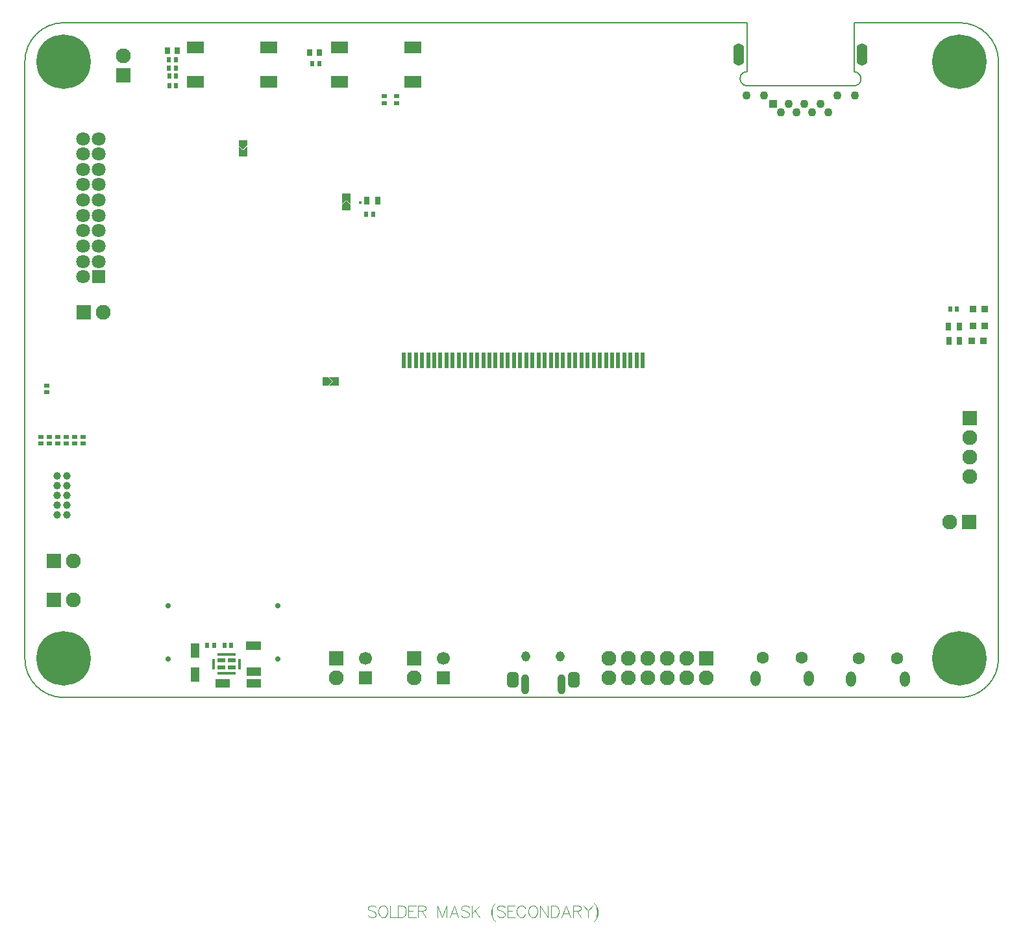
<source format=gbs>
G04 Layer_Color=16711935*
%FSLAX43Y43*%
%MOMM*%
G71*
G01*
G75*
%ADD61C,0.400*%
%ADD88C,0.127*%
%ADD98C,0.102*%
%ADD116C,1.700*%
%ADD117R,1.700X1.700*%
%ADD120C,1.600*%
%ADD126C,1.000*%
%ADD158R,0.800X0.610*%
%ADD159R,0.610X0.660*%
%ADD160R,0.610X0.800*%
%ADD161R,0.740X0.990*%
%ADD173R,0.740X1.100*%
%ADD180R,1.100X1.100*%
%ADD201R,0.900X0.900*%
%ADD232O,1.300X2.000*%
%ADD233C,0.100*%
%ADD234C,1.950*%
%ADD235R,1.950X1.950*%
%ADD236C,7.100*%
%ADD237C,1.800*%
%ADD238R,1.800X1.800*%
%ADD239R,1.950X1.950*%
%ADD240C,0.700*%
%ADD241O,1.150X1.350*%
%ADD242O,1.050X2.625*%
G04:AMPARAMS|DCode=243|XSize=2mm|YSize=1.475mm|CornerRadius=0.394mm|HoleSize=0mm|Usage=FLASHONLY|Rotation=90.000|XOffset=0mm|YOffset=0mm|HoleType=Round|Shape=RoundedRectangle|*
%AMROUNDEDRECTD243*
21,1,2.000,0.688,0,0,90.0*
21,1,1.212,1.475,0,0,90.0*
1,1,0.787,0.344,0.606*
1,1,0.787,0.344,-0.606*
1,1,0.787,-0.344,-0.606*
1,1,0.787,-0.344,0.606*
%
%ADD243ROUNDEDRECTD243*%
%ADD244O,1.400X2.900*%
%ADD245C,1.100*%
%ADD246R,0.650X0.900*%
%ADD247R,0.600X2.100*%
%ADD248R,2.400X0.450*%
%ADD249R,0.450X1.400*%
%ADD250R,1.050X0.500*%
%ADD251R,2.260X1.620*%
G36*
X30794Y2805D02*
X28894D01*
Y3905D01*
X30794D01*
Y2805D01*
D02*
G37*
G36*
X22729Y5170D02*
X21628D01*
Y7070D01*
X22729D01*
Y5170D01*
D02*
G37*
G36*
X30770Y6232D02*
X28870D01*
Y7332D01*
X30770D01*
Y6232D01*
D02*
G37*
G36*
X26740Y1281D02*
X24840D01*
Y2381D01*
X26740D01*
Y1281D01*
D02*
G37*
G36*
X30794D02*
X28894D01*
Y2381D01*
X30794D01*
Y1281D01*
D02*
G37*
G36*
X22729Y2027D02*
X21628D01*
Y3927D01*
X22729D01*
Y2027D01*
D02*
G37*
G36*
X42450Y64363D02*
X41900Y64913D01*
Y64913D01*
X41350Y64363D01*
Y65713D01*
X42450D01*
Y64363D01*
D02*
G37*
G36*
X28992Y70561D02*
X27892D01*
Y71911D01*
X28442Y71361D01*
Y71361D01*
X28992Y71911D01*
Y70561D01*
D02*
G37*
G36*
Y72011D02*
X28442Y71461D01*
X27892Y72011D01*
Y72711D01*
X28992D01*
Y72011D01*
D02*
G37*
G36*
X40078Y41250D02*
X39528Y40700D01*
X38828D01*
Y41800D01*
X39528D01*
X40078Y41250D01*
D02*
G37*
G36*
X40978Y40700D02*
X39628D01*
X40178Y41250D01*
X40178D01*
X39628Y41800D01*
X40978D01*
Y40700D01*
D02*
G37*
G36*
X42450Y64263D02*
Y63563D01*
X41350D01*
Y64263D01*
X41900Y64813D01*
X42450Y64263D01*
D02*
G37*
D61*
X43739Y64536D02*
D03*
D88*
X0Y5080D02*
G03*
X5080Y-0I5080J0D01*
G01*
X121920D02*
G03*
X127000Y5080I0J5080D01*
G01*
X127000Y82920D02*
G03*
X121920Y88000I-5080J0D01*
G01*
X5080Y88000D02*
G03*
X0Y82920I-0J-5080D01*
G01*
X109060Y80620D02*
G03*
X108192Y81610I-929J61D01*
G01*
X108161Y79781D02*
G03*
X109060Y80620I30J869D01*
G01*
X94186Y81611D02*
G03*
X93287Y80772I-30J-869D01*
G01*
Y80772D02*
G03*
X94155Y79781I929J-61D01*
G01*
X15900Y-0D02*
X121920D01*
X5080D02*
X15900D01*
X127000Y5080D02*
Y82920D01*
X108192Y88000D02*
X121920D01*
X94155Y79781D02*
X108160D01*
X94186Y81611D02*
Y88000D01*
X108192Y81610D02*
Y88005D01*
X5080Y88000D02*
X94186D01*
X0Y5080D02*
Y82920D01*
D98*
X45804Y-27345D02*
X45658Y-27200D01*
X45441Y-27128D01*
X45151D01*
X44933Y-27200D01*
X44788Y-27345D01*
Y-27490D01*
X44860Y-27635D01*
X44933Y-27708D01*
X45078Y-27781D01*
X45513Y-27926D01*
X45658Y-27998D01*
X45731Y-28071D01*
X45804Y-28216D01*
Y-28434D01*
X45658Y-28579D01*
X45441Y-28651D01*
X45151D01*
X44933Y-28579D01*
X44788Y-28434D01*
X46580Y-27128D02*
X46435Y-27200D01*
X46290Y-27345D01*
X46217Y-27490D01*
X46145Y-27708D01*
Y-28071D01*
X46217Y-28288D01*
X46290Y-28434D01*
X46435Y-28579D01*
X46580Y-28651D01*
X46870D01*
X47015Y-28579D01*
X47160Y-28434D01*
X47233Y-28288D01*
X47305Y-28071D01*
Y-27708D01*
X47233Y-27490D01*
X47160Y-27345D01*
X47015Y-27200D01*
X46870Y-27128D01*
X46580D01*
X47661D02*
Y-28651D01*
X48532D01*
X48699Y-27128D02*
Y-28651D01*
Y-27128D02*
X49206D01*
X49424Y-27200D01*
X49569Y-27345D01*
X49642Y-27490D01*
X49714Y-27708D01*
Y-28071D01*
X49642Y-28288D01*
X49569Y-28434D01*
X49424Y-28579D01*
X49206Y-28651D01*
X48699D01*
X50999Y-27128D02*
X50055D01*
Y-28651D01*
X50999D01*
X50055Y-27853D02*
X50636D01*
X51253Y-27128D02*
Y-28651D01*
Y-27128D02*
X51906D01*
X52123Y-27200D01*
X52196Y-27273D01*
X52268Y-27418D01*
Y-27563D01*
X52196Y-27708D01*
X52123Y-27781D01*
X51906Y-27853D01*
X51253D01*
X51760D02*
X52268Y-28651D01*
X53806Y-27128D02*
Y-28651D01*
Y-27128D02*
X54387Y-28651D01*
X54967Y-27128D02*
X54387Y-28651D01*
X54967Y-27128D02*
Y-28651D01*
X56564D02*
X55983Y-27128D01*
X55403Y-28651D01*
X55620Y-28143D02*
X56346D01*
X57935Y-27345D02*
X57790Y-27200D01*
X57572Y-27128D01*
X57282D01*
X57064Y-27200D01*
X56919Y-27345D01*
Y-27490D01*
X56992Y-27635D01*
X57064Y-27708D01*
X57209Y-27781D01*
X57645Y-27926D01*
X57790Y-27998D01*
X57862Y-28071D01*
X57935Y-28216D01*
Y-28434D01*
X57790Y-28579D01*
X57572Y-28651D01*
X57282D01*
X57064Y-28579D01*
X56919Y-28434D01*
X58276Y-27128D02*
Y-28651D01*
X59292Y-27128D02*
X58276Y-28143D01*
X58639Y-27781D02*
X59292Y-28651D01*
X61338Y-26837D02*
X61193Y-26982D01*
X61048Y-27200D01*
X60902Y-27490D01*
X60830Y-27853D01*
Y-28143D01*
X60902Y-28506D01*
X61048Y-28796D01*
X61193Y-29014D01*
X61338Y-29159D01*
X61193Y-26982D02*
X61048Y-27273D01*
X60975Y-27490D01*
X60902Y-27853D01*
Y-28143D01*
X60975Y-28506D01*
X61048Y-28724D01*
X61193Y-29014D01*
X62644Y-27345D02*
X62499Y-27200D01*
X62281Y-27128D01*
X61991D01*
X61773Y-27200D01*
X61628Y-27345D01*
Y-27490D01*
X61701Y-27635D01*
X61773Y-27708D01*
X61918Y-27781D01*
X62354Y-27926D01*
X62499Y-27998D01*
X62571Y-28071D01*
X62644Y-28216D01*
Y-28434D01*
X62499Y-28579D01*
X62281Y-28651D01*
X61991D01*
X61773Y-28579D01*
X61628Y-28434D01*
X63928Y-27128D02*
X62985D01*
Y-28651D01*
X63928D01*
X62985Y-27853D02*
X63565D01*
X65270Y-27490D02*
X65198Y-27345D01*
X65053Y-27200D01*
X64908Y-27128D01*
X64617D01*
X64472Y-27200D01*
X64327Y-27345D01*
X64255Y-27490D01*
X64182Y-27708D01*
Y-28071D01*
X64255Y-28288D01*
X64327Y-28434D01*
X64472Y-28579D01*
X64617Y-28651D01*
X64908D01*
X65053Y-28579D01*
X65198Y-28434D01*
X65270Y-28288D01*
X66134Y-27128D02*
X65989Y-27200D01*
X65844Y-27345D01*
X65771Y-27490D01*
X65698Y-27708D01*
Y-28071D01*
X65771Y-28288D01*
X65844Y-28434D01*
X65989Y-28579D01*
X66134Y-28651D01*
X66424D01*
X66569Y-28579D01*
X66714Y-28434D01*
X66787Y-28288D01*
X66859Y-28071D01*
Y-27708D01*
X66787Y-27490D01*
X66714Y-27345D01*
X66569Y-27200D01*
X66424Y-27128D01*
X66134D01*
X67215D02*
Y-28651D01*
Y-27128D02*
X68231Y-28651D01*
Y-27128D02*
Y-28651D01*
X68651Y-27128D02*
Y-28651D01*
Y-27128D02*
X69159D01*
X69377Y-27200D01*
X69522Y-27345D01*
X69595Y-27490D01*
X69667Y-27708D01*
Y-28071D01*
X69595Y-28288D01*
X69522Y-28434D01*
X69377Y-28579D01*
X69159Y-28651D01*
X68651D01*
X71169D02*
X70589Y-27128D01*
X70008Y-28651D01*
X70226Y-28143D02*
X70951D01*
X71525Y-27128D02*
Y-28651D01*
Y-27128D02*
X72178D01*
X72395Y-27200D01*
X72468Y-27273D01*
X72540Y-27418D01*
Y-27563D01*
X72468Y-27708D01*
X72395Y-27781D01*
X72178Y-27853D01*
X71525D01*
X72033D02*
X72540Y-28651D01*
X72881Y-27128D02*
X73462Y-27853D01*
Y-28651D01*
X74042Y-27128D02*
X73462Y-27853D01*
X74238Y-26837D02*
X74383Y-26982D01*
X74528Y-27200D01*
X74674Y-27490D01*
X74746Y-27853D01*
Y-28143D01*
X74674Y-28506D01*
X74528Y-28796D01*
X74383Y-29014D01*
X74238Y-29159D01*
X74383Y-26982D02*
X74528Y-27273D01*
X74601Y-27490D01*
X74674Y-27853D01*
Y-28143D01*
X74601Y-28506D01*
X74528Y-28724D01*
X74383Y-29014D01*
X45804Y-27345D02*
X45658Y-27200D01*
X45441Y-27128D01*
X45151D01*
X44933Y-27200D01*
X44788Y-27345D01*
Y-27490D01*
X44860Y-27635D01*
X44933Y-27708D01*
X45078Y-27781D01*
X45513Y-27926D01*
X45658Y-27998D01*
X45731Y-28071D01*
X45804Y-28216D01*
Y-28434D01*
X45658Y-28579D01*
X45441Y-28651D01*
X45151D01*
X44933Y-28579D01*
X44788Y-28434D01*
X46580Y-27128D02*
X46435Y-27200D01*
X46290Y-27345D01*
X46217Y-27490D01*
X46145Y-27708D01*
Y-28071D01*
X46217Y-28288D01*
X46290Y-28434D01*
X46435Y-28579D01*
X46580Y-28651D01*
X46870D01*
X47015Y-28579D01*
X47160Y-28434D01*
X47233Y-28288D01*
X47305Y-28071D01*
Y-27708D01*
X47233Y-27490D01*
X47160Y-27345D01*
X47015Y-27200D01*
X46870Y-27128D01*
X46580D01*
X47661D02*
Y-28651D01*
X48532D01*
X48699Y-27128D02*
Y-28651D01*
Y-27128D02*
X49206D01*
X49424Y-27200D01*
X49569Y-27345D01*
X49642Y-27490D01*
X49714Y-27708D01*
Y-28071D01*
X49642Y-28288D01*
X49569Y-28434D01*
X49424Y-28579D01*
X49206Y-28651D01*
X48699D01*
X50999Y-27128D02*
X50055D01*
Y-28651D01*
X50999D01*
X50055Y-27853D02*
X50636D01*
X51253Y-27128D02*
Y-28651D01*
Y-27128D02*
X51906D01*
X52123Y-27200D01*
X52196Y-27273D01*
X52268Y-27418D01*
Y-27563D01*
X52196Y-27708D01*
X52123Y-27781D01*
X51906Y-27853D01*
X51253D01*
X51760D02*
X52268Y-28651D01*
X53806Y-27128D02*
Y-28651D01*
Y-27128D02*
X54387Y-28651D01*
X54967Y-27128D02*
X54387Y-28651D01*
X54967Y-27128D02*
Y-28651D01*
X56564D02*
X55983Y-27128D01*
X55403Y-28651D01*
X55620Y-28143D02*
X56346D01*
X57935Y-27345D02*
X57790Y-27200D01*
X57572Y-27128D01*
X57282D01*
X57064Y-27200D01*
X56919Y-27345D01*
Y-27490D01*
X56992Y-27635D01*
X57064Y-27708D01*
X57209Y-27781D01*
X57645Y-27926D01*
X57790Y-27998D01*
X57862Y-28071D01*
X57935Y-28216D01*
Y-28434D01*
X57790Y-28579D01*
X57572Y-28651D01*
X57282D01*
X57064Y-28579D01*
X56919Y-28434D01*
X58276Y-27128D02*
Y-28651D01*
X59292Y-27128D02*
X58276Y-28143D01*
X58639Y-27781D02*
X59292Y-28651D01*
X61338Y-26837D02*
X61193Y-26982D01*
X61048Y-27200D01*
X60902Y-27490D01*
X60830Y-27853D01*
Y-28143D01*
X60902Y-28506D01*
X61048Y-28796D01*
X61193Y-29014D01*
X61338Y-29159D01*
X61193Y-26982D02*
X61048Y-27273D01*
X60975Y-27490D01*
X60902Y-27853D01*
Y-28143D01*
X60975Y-28506D01*
X61048Y-28724D01*
X61193Y-29014D01*
X62644Y-27345D02*
X62499Y-27200D01*
X62281Y-27128D01*
X61991D01*
X61773Y-27200D01*
X61628Y-27345D01*
Y-27490D01*
X61701Y-27635D01*
X61773Y-27708D01*
X61918Y-27781D01*
X62354Y-27926D01*
X62499Y-27998D01*
X62571Y-28071D01*
X62644Y-28216D01*
Y-28434D01*
X62499Y-28579D01*
X62281Y-28651D01*
X61991D01*
X61773Y-28579D01*
X61628Y-28434D01*
X63928Y-27128D02*
X62985D01*
Y-28651D01*
X63928D01*
X62985Y-27853D02*
X63565D01*
X65270Y-27490D02*
X65198Y-27345D01*
X65053Y-27200D01*
X64908Y-27128D01*
X64617D01*
X64472Y-27200D01*
X64327Y-27345D01*
X64255Y-27490D01*
X64182Y-27708D01*
Y-28071D01*
X64255Y-28288D01*
X64327Y-28434D01*
X64472Y-28579D01*
X64617Y-28651D01*
X64908D01*
X65053Y-28579D01*
X65198Y-28434D01*
X65270Y-28288D01*
X66134Y-27128D02*
X65989Y-27200D01*
X65844Y-27345D01*
X65771Y-27490D01*
X65698Y-27708D01*
Y-28071D01*
X65771Y-28288D01*
X65844Y-28434D01*
X65989Y-28579D01*
X66134Y-28651D01*
X66424D01*
X66569Y-28579D01*
X66714Y-28434D01*
X66787Y-28288D01*
X66859Y-28071D01*
Y-27708D01*
X66787Y-27490D01*
X66714Y-27345D01*
X66569Y-27200D01*
X66424Y-27128D01*
X66134D01*
X67215D02*
Y-28651D01*
Y-27128D02*
X68231Y-28651D01*
Y-27128D02*
Y-28651D01*
X68651Y-27128D02*
Y-28651D01*
Y-27128D02*
X69159D01*
X69377Y-27200D01*
X69522Y-27345D01*
X69595Y-27490D01*
X69667Y-27708D01*
Y-28071D01*
X69595Y-28288D01*
X69522Y-28434D01*
X69377Y-28579D01*
X69159Y-28651D01*
X68651D01*
X71169D02*
X70589Y-27128D01*
X70008Y-28651D01*
X70226Y-28143D02*
X70951D01*
X71525Y-27128D02*
Y-28651D01*
Y-27128D02*
X72178D01*
X72395Y-27200D01*
X72468Y-27273D01*
X72540Y-27418D01*
Y-27563D01*
X72468Y-27708D01*
X72395Y-27781D01*
X72178Y-27853D01*
X71525D01*
X72033D02*
X72540Y-28651D01*
X72881Y-27128D02*
X73462Y-27853D01*
Y-28651D01*
X74042Y-27128D02*
X73462Y-27853D01*
X74238Y-26837D02*
X74383Y-26982D01*
X74528Y-27200D01*
X74674Y-27490D01*
X74746Y-27853D01*
Y-28143D01*
X74674Y-28506D01*
X74528Y-28796D01*
X74383Y-29014D01*
X74238Y-29159D01*
X74383Y-26982D02*
X74528Y-27273D01*
X74601Y-27490D01*
X74674Y-27853D01*
Y-28143D01*
X74601Y-28506D01*
X74528Y-28724D01*
X74383Y-29014D01*
D116*
X44450Y5080D02*
D03*
X54610D02*
D03*
D117*
X44450Y2540D02*
D03*
X54610D02*
D03*
D120*
X108788Y5131D02*
D03*
X113788D02*
D03*
X96282Y5170D02*
D03*
X101282D02*
D03*
D126*
X5513Y28905D02*
D03*
Y27635D02*
D03*
Y26365D02*
D03*
Y25095D02*
D03*
Y23825D02*
D03*
X4243D02*
D03*
Y25095D02*
D03*
Y26365D02*
D03*
Y27635D02*
D03*
Y28905D02*
D03*
D158*
X5370Y34003D02*
D03*
Y33103D02*
D03*
X4264Y34003D02*
D03*
Y33103D02*
D03*
X3158Y34003D02*
D03*
Y33103D02*
D03*
X2053Y34003D02*
D03*
Y33103D02*
D03*
X2815Y40709D02*
D03*
Y39809D02*
D03*
X7582Y34003D02*
D03*
Y33103D02*
D03*
X6476Y34003D02*
D03*
Y33103D02*
D03*
X46859Y78403D02*
D03*
Y77503D02*
D03*
X48514Y78403D02*
D03*
Y77503D02*
D03*
D159*
X18820Y81043D02*
D03*
X19720D02*
D03*
X37494Y82649D02*
D03*
X38394D02*
D03*
X24699Y6822D02*
D03*
X23799D02*
D03*
X44533Y62982D02*
D03*
X45433D02*
D03*
D160*
X120677Y50690D02*
D03*
X121577D02*
D03*
X18820Y79773D02*
D03*
X19720D02*
D03*
X19703Y82067D02*
D03*
X18803D02*
D03*
Y83134D02*
D03*
X19703D02*
D03*
X26926Y6766D02*
D03*
X26026D02*
D03*
D161*
X44615Y64838D02*
D03*
X46015D02*
D03*
D173*
X121908Y46532D02*
D03*
X120508D02*
D03*
X120488Y48404D02*
D03*
X121888D02*
D03*
D180*
X97616Y77411D02*
D03*
D201*
X123506Y46482D02*
D03*
X125006D02*
D03*
X125184Y48425D02*
D03*
X123684D02*
D03*
Y50695D02*
D03*
X125184D02*
D03*
D232*
X107788Y2431D02*
D03*
X114788D02*
D03*
X95282Y2470D02*
D03*
X102282D02*
D03*
D233*
X4878Y30175D02*
D03*
X3863Y22555D02*
D03*
X5893D02*
D03*
X4847Y36084D02*
D03*
Y46974D02*
D03*
Y38354D02*
D03*
Y44704D02*
D03*
X82600Y44000D02*
D03*
X47400D02*
D03*
D234*
X120650Y22860D02*
D03*
X40640Y2540D02*
D03*
X50800D02*
D03*
X6350Y17780D02*
D03*
Y12700D02*
D03*
X12827Y83642D02*
D03*
X123215Y28785D02*
D03*
Y31325D02*
D03*
Y33865D02*
D03*
X10236Y50276D02*
D03*
X86360Y5080D02*
D03*
X83820D02*
D03*
X81280D02*
D03*
X83820Y2540D02*
D03*
X86360D02*
D03*
X88900D02*
D03*
X81280D02*
D03*
X78740D02*
D03*
X76200D02*
D03*
Y5080D02*
D03*
X78740D02*
D03*
D235*
X123190Y22860D02*
D03*
X3810Y17780D02*
D03*
Y12700D02*
D03*
X7696Y50276D02*
D03*
X88900Y5080D02*
D03*
D236*
X5080D02*
D03*
X121920D02*
D03*
Y82918D02*
D03*
X5080D02*
D03*
D237*
X7618Y54878D02*
D03*
X9618Y56878D02*
D03*
X7618D02*
D03*
Y58878D02*
D03*
Y60878D02*
D03*
Y62878D02*
D03*
Y64878D02*
D03*
Y66878D02*
D03*
Y68878D02*
D03*
Y70878D02*
D03*
Y72878D02*
D03*
X9618Y58878D02*
D03*
Y60878D02*
D03*
Y62878D02*
D03*
Y64878D02*
D03*
Y66878D02*
D03*
Y68878D02*
D03*
Y70878D02*
D03*
Y72878D02*
D03*
D238*
Y54878D02*
D03*
D239*
X40640Y5080D02*
D03*
X50800D02*
D03*
X12827Y81102D02*
D03*
X123215Y36405D02*
D03*
D240*
X18694Y5001D02*
D03*
Y12001D02*
D03*
X33020Y5001D02*
D03*
Y12001D02*
D03*
D241*
X65366Y5336D02*
D03*
X69816D02*
D03*
D242*
X69966Y1686D02*
D03*
X65216D02*
D03*
D243*
X71579Y2336D02*
D03*
X63604D02*
D03*
D244*
X109226Y83811D02*
D03*
X93146D02*
D03*
D245*
X108246Y78491D02*
D03*
X105956D02*
D03*
X94126D02*
D03*
X98636Y76311D02*
D03*
X99656Y77411D02*
D03*
X100676Y76311D02*
D03*
X101696Y77411D02*
D03*
X102716Y76311D02*
D03*
X103736Y77411D02*
D03*
X104756Y76311D02*
D03*
X96416Y78491D02*
D03*
D246*
X18628Y84358D02*
D03*
X19878D02*
D03*
X37170Y84068D02*
D03*
X38420D02*
D03*
D247*
X77400Y44000D02*
D03*
X78200D02*
D03*
X79000D02*
D03*
X79800D02*
D03*
X80600D02*
D03*
X73400D02*
D03*
X74200D02*
D03*
X75000D02*
D03*
X75800D02*
D03*
X76600D02*
D03*
X69400D02*
D03*
X70200D02*
D03*
X71000D02*
D03*
X71800D02*
D03*
X72600D02*
D03*
X65400D02*
D03*
X66200D02*
D03*
X67000D02*
D03*
X67800D02*
D03*
X68600D02*
D03*
X61400D02*
D03*
X62200D02*
D03*
X63000D02*
D03*
X63800D02*
D03*
X64600D02*
D03*
X57400D02*
D03*
X58200D02*
D03*
X59000D02*
D03*
X59800D02*
D03*
X60600D02*
D03*
X53400D02*
D03*
X54200D02*
D03*
X55000D02*
D03*
X55800D02*
D03*
X56600D02*
D03*
X52600D02*
D03*
X51800D02*
D03*
X51000D02*
D03*
X50200D02*
D03*
X49400D02*
D03*
D248*
X26299Y3146D02*
D03*
Y5596D02*
D03*
D249*
X28024Y4371D02*
D03*
X24574D02*
D03*
D250*
X26974Y3921D02*
D03*
Y4821D02*
D03*
X25624Y3921D02*
D03*
Y4821D02*
D03*
D251*
X31769Y84779D02*
D03*
Y80279D02*
D03*
X22269Y84779D02*
D03*
Y80279D02*
D03*
X41065D02*
D03*
Y84779D02*
D03*
X50565Y80279D02*
D03*
Y84779D02*
D03*
M02*

</source>
